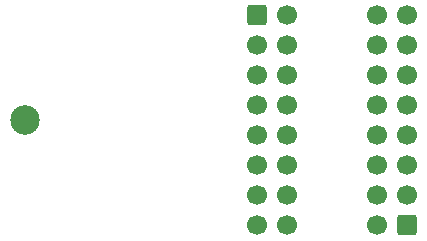
<source format=gbr>
%TF.GenerationSoftware,KiCad,Pcbnew,7.0.6-0*%
%TF.CreationDate,2023-08-23T16:53:17-07:00*%
%TF.ProjectId,IDC_adapter,4944435f-6164-4617-9074-65722e6b6963,1.0.0*%
%TF.SameCoordinates,Original*%
%TF.FileFunction,Soldermask,Bot*%
%TF.FilePolarity,Negative*%
%FSLAX46Y46*%
G04 Gerber Fmt 4.6, Leading zero omitted, Abs format (unit mm)*
G04 Created by KiCad (PCBNEW 7.0.6-0) date 2023-08-23 16:53:17*
%MOMM*%
%LPD*%
G01*
G04 APERTURE LIST*
G04 Aperture macros list*
%AMRoundRect*
0 Rectangle with rounded corners*
0 $1 Rounding radius*
0 $2 $3 $4 $5 $6 $7 $8 $9 X,Y pos of 4 corners*
0 Add a 4 corners polygon primitive as box body*
4,1,4,$2,$3,$4,$5,$6,$7,$8,$9,$2,$3,0*
0 Add four circle primitives for the rounded corners*
1,1,$1+$1,$2,$3*
1,1,$1+$1,$4,$5*
1,1,$1+$1,$6,$7*
1,1,$1+$1,$8,$9*
0 Add four rect primitives between the rounded corners*
20,1,$1+$1,$2,$3,$4,$5,0*
20,1,$1+$1,$4,$5,$6,$7,0*
20,1,$1+$1,$6,$7,$8,$9,0*
20,1,$1+$1,$8,$9,$2,$3,0*%
G04 Aperture macros list end*
%ADD10C,1.700000*%
%ADD11RoundRect,0.250000X0.600000X0.600000X-0.600000X0.600000X-0.600000X-0.600000X0.600000X-0.600000X0*%
%ADD12C,2.500000*%
%ADD13RoundRect,0.250000X-0.600000X-0.600000X0.600000X-0.600000X0.600000X0.600000X-0.600000X0.600000X0*%
G04 APERTURE END LIST*
D10*
%TO.C,J2*%
X162560000Y-95885000D03*
X165100000Y-95885000D03*
X162560000Y-98425000D03*
X165100000Y-98425000D03*
X162560000Y-100965000D03*
X165100000Y-100965000D03*
X162560000Y-103505000D03*
X165100000Y-103505000D03*
X162560000Y-106045000D03*
X165100000Y-106045000D03*
X162560000Y-108585000D03*
X165100000Y-108585000D03*
X162560000Y-111125000D03*
X165100000Y-111125000D03*
X162560000Y-113665000D03*
D11*
X165100000Y-113665000D03*
%TD*%
D12*
%TO.C,REF\u002A\u002A*%
X132715000Y-104775000D03*
%TD*%
D13*
%TO.C,J1*%
X152400000Y-95885000D03*
D10*
X154940000Y-95885000D03*
X152400000Y-98425000D03*
X154940000Y-98425000D03*
X152400000Y-100965000D03*
X154940000Y-100965000D03*
X152400000Y-103505000D03*
X154940000Y-103505000D03*
X152400000Y-106045000D03*
X154940000Y-106045000D03*
X152400000Y-108585000D03*
X154940000Y-108585000D03*
X152400000Y-111125000D03*
X154940000Y-111125000D03*
X152400000Y-113665000D03*
X154940000Y-113665000D03*
%TD*%
M02*

</source>
